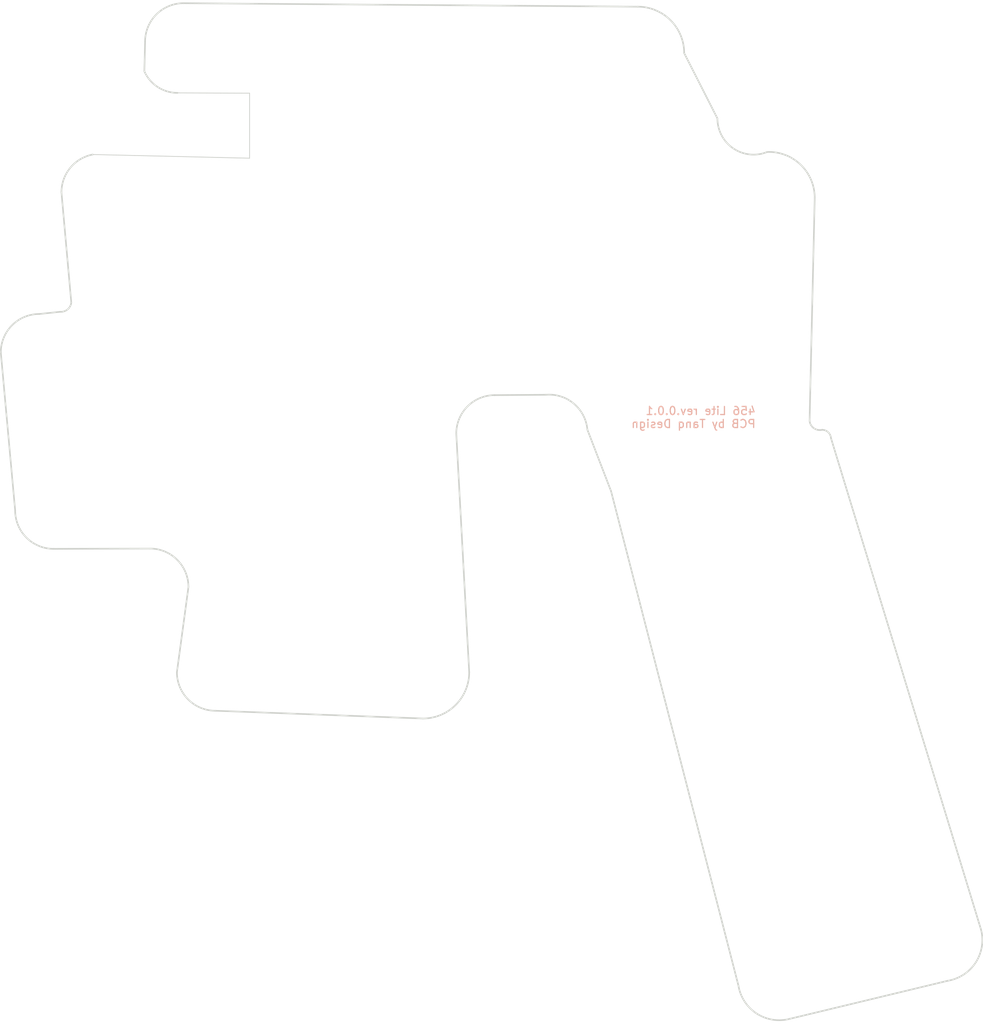
<source format=kicad_pcb>
(kicad_pcb (version 20221018) (generator pcbnew)
  (layers (0 "F.Cu" signal) (31 "B.Cu" signal) (34 "B.Paste" user) (35 "F.Paste" user) (36 "B.SilkS" user "B.Silkscreen") (37 "F.SilkS" user "F.Silkscreen") (38 "B.Mask" user) (39 "F.Mask" user) (44 "Edge.Cuts" user))
  (net 0 "")
  (footprint "kbd_Hole:m2_Screw_Hole" (layer "F.Cu") (at 46 45.61)
    (fp_text reference "Ref**")
    (fp_text value "Val**")
    (pad "" np_thru_hole circle (at 0 0) (size 2.2 2.2) (drill 2.2) (layers "*.Cu" "*.Mask"))
  )
  (footprint "kbd_Hole:m2_Screw_Hole" (layer "F.Cu") (at 121.06 64.96)
    (fp_text reference "Ref**")
    (fp_text value "Val**")
    (pad "" np_thru_hole circle (at 0 0) (size 2.2 2.2) (drill 2.2) (layers "*.Cu" "*.Mask"))
  )
  (footprint "kbd_Hole:m2_Screw_Hole" (layer "F.Cu") (at 102.7 100.56)
    (fp_text reference "Ref**")
    (fp_text value "Val**")
    (pad "" np_thru_hole circle (at 0 0) (size 2.2 2.2) (drill 2.2) (layers "*.Cu" "*.Mask"))
  )
  (footprint "kbd_Hole:m2_Screw_Hole" (layer "F.Cu") (at 120 164.38)
    (fp_text reference "Ref**")
    (fp_text value "Val**")
    (pad "" np_thru_hole circle (at 0 0) (size 2.2 2.2) (drill 2.2) (layers "*.Cu" "*.Mask"))
  )
  (footprint "kbd_Hole:m2_Screw_Hole" (layer "F.Cu") (at 88.64 87.25)
    (fp_text reference "Ref**")
    (fp_text value "Val**")
    (pad "" np_thru_hole circle (at 0 0) (size 2.2 2.2) (drill 2.2) (layers "*.Cu" "*.Mask"))
  )
  (footprint "kbd_Hole:m2_Screw_Hole" (layer "F.Cu") (at 142.5 158.26)
    (fp_text reference "Ref**")
    (fp_text value "Val**")
    (pad "" np_thru_hole circle (at 0 0) (size 2.2 2.2) (drill 2.2) (layers "*.Cu" "*.Mask"))
  )
  (footprint "kbd_Hole:m2_Screw_Hole" (layer "F.Cu") (at 50.08 125.65)
    (fp_text reference "Ref**")
    (fp_text value "Val**")
    (pad "" np_thru_hole circle (at 0 0) (size 2.2 2.2) (drill 2.2) (layers "*.Cu" "*.Mask"))
  )
  (footprint "kbd_Hole:m2_Screw_Hole" (layer "F.Cu") (at 35.94 64.35)
    (fp_text reference "Ref**")
    (fp_text value "Val**")
    (pad "" np_thru_hole circle (at 0 0) (size 2.2 2.2) (drill 2.2) (layers "*.Cu" "*.Mask"))
  )
  (footprint "kbd_Hole:m2_Screw_Hole" (layer "F.Cu") (at 78.71 125.94)
    (fp_text reference "Ref**")
    (fp_text value "Val**")
    (pad "" np_thru_hole circle (at 0 0) (size 2.2 2.2) (drill 2.2) (layers "*.Cu" "*.Mask"))
  )
  (footprint "kbd_Hole:m2_Screw_Hole" (layer "F.Cu") (at 124.7 98.03)
    (fp_text reference "Ref**")
    (fp_text value "Val**")
    (pad "" np_thru_hole circle (at 0 0) (size 2.2 2.2) (drill 2.2) (layers "*.Cu" "*.Mask"))
  )
  (footprint "kbd_Hole:m2_Screw_Hole" (layer "F.Cu") (at 104.02 46.13)
    (fp_text reference "Ref**")
    (fp_text value "Val**")
    (pad "" np_thru_hole circle (at 0 0) (size 2.2 2.2) (drill 2.2) (layers "*.Cu" "*.Mask"))
  )
  (footprint "kbd_Hole:m2_Screw_Hole" (layer "F.Cu") (at 28.93 83.91)
    (fp_text reference "Ref**")
    (fp_text value "Val**")
    (pad "" np_thru_hole circle (at 0 0) (size 2.2 2.2) (drill 2.2) (layers "*.Cu" "*.Mask"))
  )
  (gr_line (start 125.24 66.06) (end 124.602404 93.67607) (stroke (width 0.2)) (layer "Edge.Cuts"))
  (gr_line (start 100.0125 102.39375) (end 97.081877 94.784921) (stroke (width 0.2)) (layer "Edge.Cuts"))
  (gr_arc (start 80.8375 95.2625) (mid 82.232404 91.894904) (end 85.6 90.5) (stroke (width 0.2)) (layer "Edge.Cuts"))
  (gr_arc (start 46.296044 53.063642) (mid 43.850337 52.336079) (end 42.2 50.39) (stroke (width 0.2)) (layer "Edge.Cuts"))
  (gr_arc (start 103.32 42.39) (mid 107.385029 44.073802) (end 109.068846 48.138846) (stroke (width 0.2)) (layer "Edge.Cuts"))
  (gr_arc (start 42.29 46.72) (mid 43.684904 43.352404) (end 47.0525 41.9575) (stroke (width 0.2)) (layer "Edge.Cuts"))
  (gr_line (start 46.232151 124.815294) (end 47.6625 114.2625) (stroke (width 0.2)) (layer "Edge.Cuts"))
  (gr_line (start 29.18 80.45) (end 31.767004 80.17894) (stroke (width 0.2)) (layer "Edge.Cuts"))
  (gr_arc (start 42.9 109.5) (mid 46.267596 110.894904) (end 47.6625 114.2625) (stroke (width 0.2)) (layer "Edge.Cuts"))
  (gr_arc (start 91.922421 90.455623) (mid 95.398776 91.551714) (end 97.081877 94.784921) (stroke (width 0.2)) (layer "Edge.Cuts"))
  (gr_arc (start 122.16 167.74) (mid 118.067921 167.099621) (end 115.792985 163.638439) (stroke (width 0.2)) (layer "Edge.Cuts"))
  (gr_line (start 76.704594 130.549806) (end 51.004706 129.587849) (stroke (width 0.2)) (layer "Edge.Cuts"))
  (gr_line (start 26.19375 104.775) (end 24.4175 85.2125) (stroke (width 0.2)) (layer "Edge.Cuts"))
  (gr_line (start 113.187628 56.234961) (end 109.068846 48.138846) (stroke (width 0.2)) (layer "Edge.Cuts"))
  (gr_line (start 42.2 50.39) (end 42.29 46.72) (stroke (width 0.2)) (layer "Edge.Cuts"))
  (gr_line (start 55.23 53.105) (end 55.23 61.155) (stroke (width 0.1)) (layer "Edge.Cuts"))
  (gr_line (start 55.23 53.105) (end 46.296044 53.063642) (stroke (width 0.1)) (layer "Edge.Cuts"))
  (gr_arc (start 126.15324 94.794366) (mid 125.123756 94.587553) (end 124.602404 93.67607) (stroke (width 0.2)) (layer "Edge.Cuts"))
  (gr_line (start 127.25 95.81) (end 145.83 156.66) (stroke (width 0.2)) (layer "Edge.Cuts"))
  (gr_arc (start 145.83 156.66) (mid 145.189598 160.75206) (end 141.728439 163.027015) (stroke (width 0.2)) (layer "Edge.Cuts"))
  (gr_arc (start 119.35186 60.382453) (mid 115.165568 59.949795) (end 113.187628 56.234961) (stroke (width 0.2)) (layer "Edge.Cuts"))
  (gr_arc (start 82.439806 124.814594) (mid 80.76 128.87) (end 76.704594 130.549806) (stroke (width 0.2)) (layer "Edge.Cuts"))
  (gr_line (start 33.147681 79.024538) (end 31.93 65.38) (stroke (width 0.2)) (layer "Edge.Cuts"))
  (gr_arc (start 30.95625 109.5375) (mid 27.588654 108.142596) (end 26.19375 104.775) (stroke (width 0.2)) (layer "Edge.Cuts"))
  (gr_arc (start 33.147681 79.024538) (mid 32.69 79.88) (end 31.767004 80.17894) (stroke (width 0.2)) (layer "Edge.Cuts"))
  (gr_line (start 47.0525 41.9575) (end 103.32 42.39) (stroke (width 0.2)) (layer "Edge.Cuts"))
  (gr_arc (start 24.4175 85.2125) (mid 25.812404 81.844904) (end 29.18 80.45) (stroke (width 0.2)) (layer "Edge.Cuts"))
  (gr_line (start 91.922421 90.455623) (end 85.6 90.5) (stroke (width 0.2)) (layer "Edge.Cuts"))
  (gr_arc (start 119.35186 60.382453) (mid 123.50218 61.970227) (end 125.24 66.06) (stroke (width 0.2)) (layer "Edge.Cuts"))
  (gr_line (start 80.8375 95.2625) (end 82.439806 124.814594) (stroke (width 0.2)) (layer "Edge.Cuts"))
  (gr_arc (start 51.004706 129.587849) (mid 47.63 128.19) (end 46.232151 124.815294) (stroke (width 0.2)) (layer "Edge.Cuts"))
  (gr_arc (start 126.15324 94.794366) (mid 126.900633 95.087273) (end 127.25 95.81) (stroke (width 0.2)) (layer "Edge.Cuts"))
  (gr_line (start 55.23 61.155) (end 35.813686 60.699285) (stroke (width 0.1)) (layer "Edge.Cuts"))
  (gr_line (start 42.9 109.5) (end 30.95625 109.5375) (stroke (width 0.2)) (layer "Edge.Cuts"))
  (gr_arc (start 31.93 65.38) (mid 33.027343 62.338943) (end 35.813686 60.699286) (stroke (width 0.2)) (layer "Edge.Cuts"))
  (gr_line (start 141.728439 163.027015) (end 122.16 167.74) (stroke (width 0.2)) (layer "Edge.Cuts"))
  (gr_line (start 115.792985 163.638439) (end 100.0125 102.39375) (stroke (width 0.2)) (layer "Edge.Cuts"))
  (gr_text "456 Lite rev.0.0.1\nPCB by Tanq Design" (at 118.01 94.64) (layer "B.SilkS") (effects (font (size 1 1)) (justify left bottom mirror)))
)
</source>
